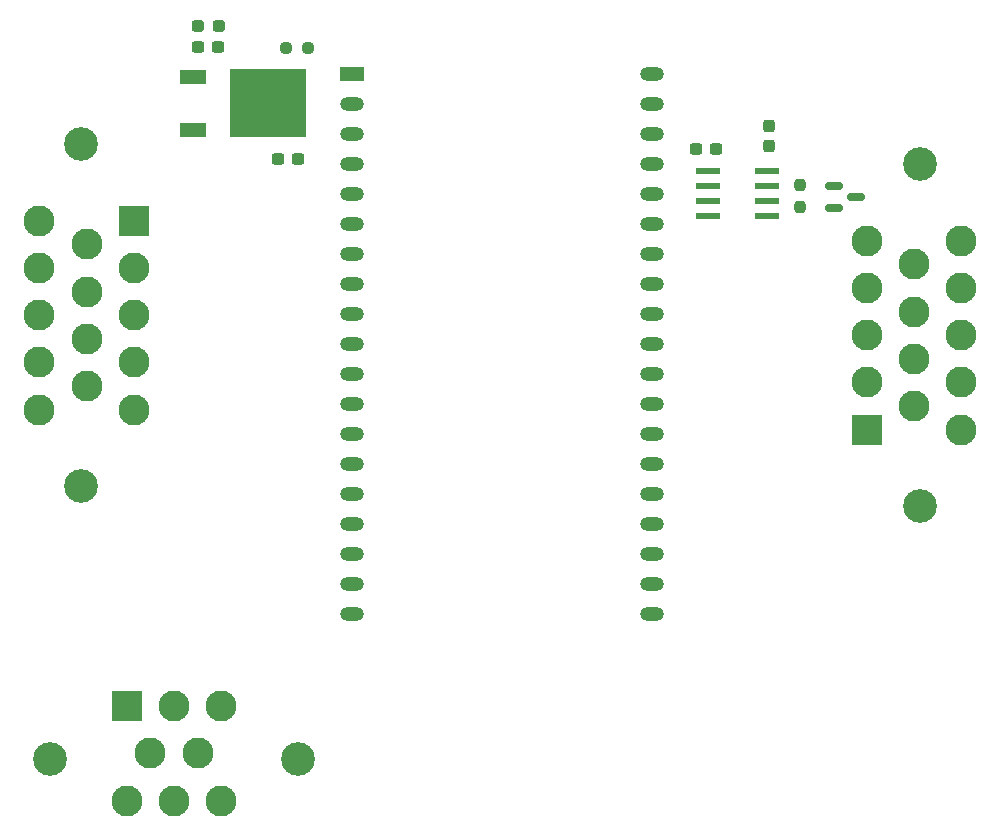
<source format=gbr>
%TF.GenerationSoftware,KiCad,Pcbnew,(6.0.1-0)*%
%TF.CreationDate,2023-01-17T12:48:02-05:00*%
%TF.ProjectId,Front Board,46726f6e-7420-4426-9f61-72642e6b6963,rev?*%
%TF.SameCoordinates,Original*%
%TF.FileFunction,Soldermask,Bot*%
%TF.FilePolarity,Negative*%
%FSLAX46Y46*%
G04 Gerber Fmt 4.6, Leading zero omitted, Abs format (unit mm)*
G04 Created by KiCad (PCBNEW (6.0.1-0)) date 2023-01-17 12:48:02*
%MOMM*%
%LPD*%
G01*
G04 APERTURE LIST*
G04 Aperture macros list*
%AMRoundRect*
0 Rectangle with rounded corners*
0 $1 Rounding radius*
0 $2 $3 $4 $5 $6 $7 $8 $9 X,Y pos of 4 corners*
0 Add a 4 corners polygon primitive as box body*
4,1,4,$2,$3,$4,$5,$6,$7,$8,$9,$2,$3,0*
0 Add four circle primitives for the rounded corners*
1,1,$1+$1,$2,$3*
1,1,$1+$1,$4,$5*
1,1,$1+$1,$6,$7*
1,1,$1+$1,$8,$9*
0 Add four rect primitives between the rounded corners*
20,1,$1+$1,$2,$3,$4,$5,0*
20,1,$1+$1,$4,$5,$6,$7,0*
20,1,$1+$1,$6,$7,$8,$9,0*
20,1,$1+$1,$8,$9,$2,$3,0*%
G04 Aperture macros list end*
%ADD10R,2.000000X1.200000*%
%ADD11O,2.000000X1.200000*%
%ADD12C,2.850000*%
%ADD13R,2.625000X2.625000*%
%ADD14C,2.625000*%
%ADD15RoundRect,0.237500X0.237500X-0.250000X0.237500X0.250000X-0.237500X0.250000X-0.237500X-0.250000X0*%
%ADD16RoundRect,0.237500X-0.287500X-0.237500X0.287500X-0.237500X0.287500X0.237500X-0.287500X0.237500X0*%
%ADD17RoundRect,0.237500X0.300000X0.237500X-0.300000X0.237500X-0.300000X-0.237500X0.300000X-0.237500X0*%
%ADD18RoundRect,0.237500X-0.300000X-0.237500X0.300000X-0.237500X0.300000X0.237500X-0.300000X0.237500X0*%
%ADD19RoundRect,0.041300X-0.943700X-0.253700X0.943700X-0.253700X0.943700X0.253700X-0.943700X0.253700X0*%
%ADD20RoundRect,0.150000X-0.587500X-0.150000X0.587500X-0.150000X0.587500X0.150000X-0.587500X0.150000X0*%
%ADD21RoundRect,0.237500X0.250000X0.237500X-0.250000X0.237500X-0.250000X-0.237500X0.250000X-0.237500X0*%
%ADD22RoundRect,0.237500X0.237500X-0.300000X0.237500X0.300000X-0.237500X0.300000X-0.237500X-0.300000X0*%
%ADD23R,2.200000X1.200000*%
%ADD24R,6.400000X5.800000*%
G04 APERTURE END LIST*
D10*
%TO.C,U3*%
X137600000Y-68130000D03*
D11*
X137600000Y-70670000D03*
X137600000Y-73210000D03*
X137600000Y-75750000D03*
X137600000Y-78290000D03*
X137600000Y-80830000D03*
X137600000Y-83370000D03*
X137600000Y-85910000D03*
X137600000Y-88450000D03*
X137600000Y-90990000D03*
X137600000Y-93530000D03*
X137600000Y-96070000D03*
X137600000Y-98610000D03*
X137600000Y-101150000D03*
X137600000Y-103690000D03*
X137600000Y-106230000D03*
X137600000Y-108770000D03*
X137600000Y-111310000D03*
X137600000Y-113850000D03*
X162996320Y-113847280D03*
X162996320Y-111307280D03*
X163000000Y-108770000D03*
X163000000Y-106230000D03*
X163000000Y-103690000D03*
X163000000Y-101150000D03*
X163000000Y-98610000D03*
X163000000Y-96070000D03*
X163000000Y-93530000D03*
X163000000Y-90990000D03*
X163000000Y-88450000D03*
X163000000Y-85910000D03*
X163000000Y-83370000D03*
X163000000Y-80830000D03*
X163000000Y-78290000D03*
X163000000Y-75750000D03*
X163000000Y-73210000D03*
X163000000Y-70670000D03*
X163000000Y-68130000D03*
%TD*%
D12*
%TO.C,J3*%
X133000000Y-126130000D03*
X112000000Y-126130000D03*
D13*
X118500000Y-121630000D03*
D14*
X122500000Y-121630000D03*
X126500000Y-121630000D03*
X120500000Y-125630000D03*
X124500000Y-125630000D03*
X118500000Y-129630000D03*
X122500000Y-129630000D03*
X126500000Y-129630000D03*
%TD*%
D12*
%TO.C,J1*%
X114600000Y-103030000D03*
X114600000Y-74030000D03*
D13*
X119100000Y-80530000D03*
D14*
X119100000Y-84530000D03*
X119100000Y-88530000D03*
X119100000Y-92530000D03*
X119100000Y-96530000D03*
X115100000Y-82530000D03*
X115100000Y-86530000D03*
X115100000Y-90530000D03*
X115100000Y-94530000D03*
X111100000Y-80530000D03*
X111100000Y-84530000D03*
X111100000Y-88530000D03*
X111100000Y-92530000D03*
X111100000Y-96530000D03*
%TD*%
D12*
%TO.C,J2*%
X185637500Y-104730000D03*
X185637500Y-75730000D03*
D13*
X181137500Y-98230000D03*
D14*
X181137500Y-94230000D03*
X181137500Y-90230000D03*
X181137500Y-86230000D03*
X181137500Y-82230000D03*
X185137500Y-96230000D03*
X185137500Y-92230000D03*
X185137500Y-88230000D03*
X185137500Y-84230000D03*
X189137500Y-98230000D03*
X189137500Y-94230000D03*
X189137500Y-90230000D03*
X189137500Y-86230000D03*
X189137500Y-82230000D03*
%TD*%
D15*
%TO.C,R1*%
X175500000Y-79342500D03*
X175500000Y-77517500D03*
%TD*%
D16*
%TO.C,D7*%
X124550000Y-64030000D03*
X126300000Y-64030000D03*
%TD*%
D17*
%TO.C,C2*%
X133000000Y-75330000D03*
X131275000Y-75330000D03*
%TD*%
D18*
%TO.C,C1*%
X124500000Y-65830000D03*
X126225000Y-65830000D03*
%TD*%
D19*
%TO.C,U1*%
X167725000Y-80135000D03*
X167725000Y-78865000D03*
X167725000Y-77595000D03*
X167725000Y-76325000D03*
X172675000Y-76325000D03*
X172675000Y-77595000D03*
X172675000Y-78865000D03*
X172675000Y-80135000D03*
%TD*%
D17*
%TO.C,C4*%
X168400000Y-74430000D03*
X166675000Y-74430000D03*
%TD*%
D20*
%TO.C,D1*%
X178362500Y-79480000D03*
X178362500Y-77580000D03*
X180237500Y-78530000D03*
%TD*%
D21*
%TO.C,R2*%
X133812500Y-65930000D03*
X131987500Y-65930000D03*
%TD*%
D22*
%TO.C,C3*%
X172900000Y-74230000D03*
X172900000Y-72505000D03*
%TD*%
D23*
%TO.C,U2*%
X124125000Y-72885000D03*
D24*
X130425000Y-70605000D03*
D23*
X124125000Y-68325000D03*
%TD*%
M02*

</source>
